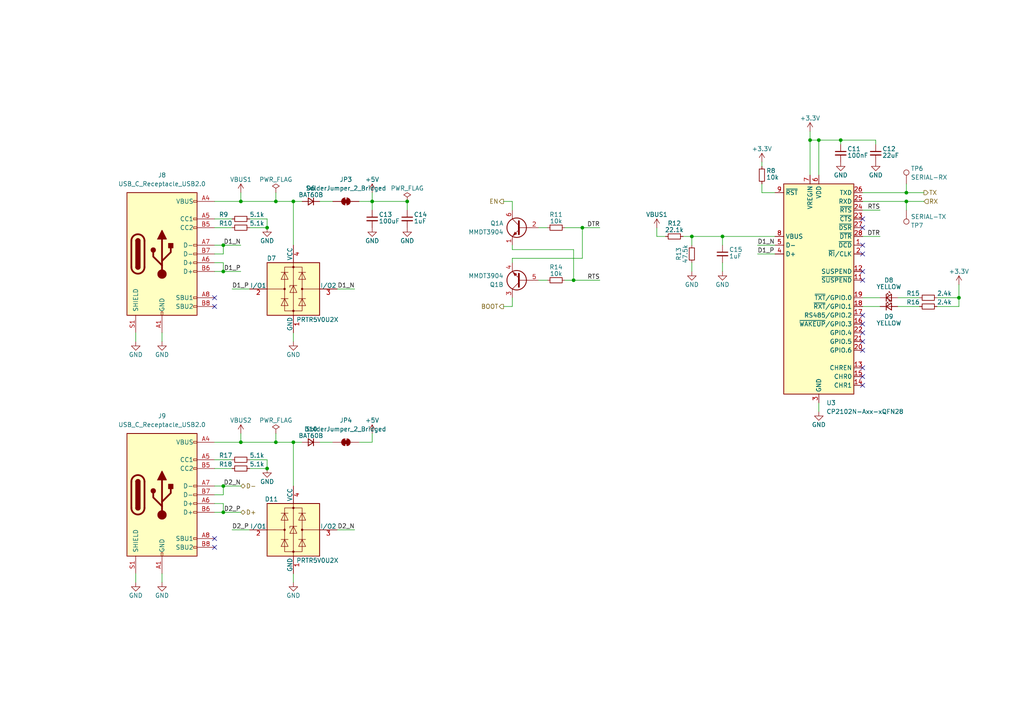
<source format=kicad_sch>
(kicad_sch (version 20240620) (generator "eeschema") (generator_version "8.99")
  (paper "A4")
  (title_block (title "FIIT ESP32 Kit") (date "2024-07-17") (rev "0.1") (company "STU FIIT") (comment 1 "Ing. Matej Pončák"))
  (lib_symbols
    (symbol "Connector:TestPoint" (pin_numbers hide) (pin_names (offset 0.762) hide)
      (property "Reference" "TP" (at 0 6.858 0))
      (property "Value" "TestPoint" (at 0 5.08 0))
      (symbol "TestPoint_0_1"
        (circle (center 0 3.302) (radius 0.762))
      )
      (symbol "TestPoint_1_1"
        (pin passive line (at 0 0 90) (length 2.54) (name "1") (number "1"))
      )
    )
    (symbol "Connector:USB_C_Receptacle_USB2.0" (pin_names (offset 1.016))
      (property "Reference" "J" (at -10.16 19.05 0))
      (property "Value" "USB_C_Receptacle_USB2.0" (at 19.05 19.05 0))
      (symbol "USB_C_Receptacle_USB2.0_0_0"
        (rectangle (start -0.254 -17.78) (end 0.254 -16.764))
        (rectangle (start 10.16 15.494) (end 9.144 14.986))
        (rectangle (start 10.16 10.414) (end 9.144 9.906))
        (rectangle (start 10.16 7.874) (end 9.144 7.366))
        (rectangle (start 10.16 2.794) (end 9.144 2.286))
        (rectangle (start 10.16 0.254) (end 9.144 -0.254))
        (rectangle (start 10.16 -2.286) (end 9.144 -2.794))
        (rectangle (start 10.16 -4.826) (end 9.144 -5.334))
        (rectangle (start 10.16 -12.446) (end 9.144 -12.954))
        (rectangle (start 10.16 -14.986) (end 9.144 -15.494))
      )
      (symbol "USB_C_Receptacle_USB2.0_0_1"
        (rectangle (start -10.16 17.78) (end 10.16 -17.78) (stroke (width 0.254)) (fill (type background)))
        (polyline (pts (xy -8.89 -3.81) (xy -8.89 3.81)) (stroke (width 0.508)))
        (rectangle (start -7.62 -3.81) (end -6.35 3.81) (stroke (width 0.254)) (fill (type outline)))
        (arc (start -7.62 3.81) (mid -6.985 4.4423) (end -6.35 3.81) (stroke (width 0.254)))
        (arc (start -7.62 3.81) (mid -6.985 4.4423) (end -6.35 3.81) (stroke (width 0.254)) (fill (type outline)))
        (arc (start -8.89 3.81) (mid -6.985 5.7067) (end -5.08 3.81) (stroke (width 0.508)))
        (arc (start -5.08 -3.81) (mid -6.985 -5.7067) (end -8.89 -3.81) (stroke (width 0.508)))
        (arc (start -6.35 -3.81) (mid -6.985 -4.4423) (end -7.62 -3.81) (stroke (width 0.254)))
        (arc (start -6.35 -3.81) (mid -6.985 -4.4423) (end -7.62 -3.81) (stroke (width 0.254)) (fill (type outline)))
        (polyline (pts (xy -5.08 3.81) (xy -5.08 -3.81)) (stroke (width 0.508)))
        (circle (center -2.54 1.143) (radius 0.635) (stroke (width 0.254)) (fill (type outline)))
        (polyline (pts (xy -1.27 4.318) (xy 0 6.858) (xy 1.27 4.318) (xy -1.27 4.318)) (stroke (width 0.254)) (fill (type outline)))
        (polyline (pts (xy 0 -2.032) (xy 2.54 0.508) (xy 2.54 1.778)) (stroke (width 0.508)))
        (polyline (pts (xy 0 -3.302) (xy -2.54 -0.762) (xy -2.54 0.508)) (stroke (width 0.508)))
        (circle (center 0 -5.842) (radius 1.27) (fill (type outline)))
        (polyline (pts (xy 0 -5.842) (xy 0 4.318)) (stroke (width 0.508)))
        (rectangle (start 1.905 1.778) (end 3.175 3.048) (stroke (width 0.254)) (fill (type outline)))
      )
      (symbol "USB_C_Receptacle_USB2.0_1_1"
        (pin passive line (at -7.62 -22.86 90) (length 5.08) (name "SHIELD") (number "S1"))
        (pin passive line (at 0 -22.86 90) (length 5.08) (name "GND") (number "A1"))
        (pin passive line (at 0 -22.86 90) (length 5.08) hide (name "GND") (number "A12"))
        (pin passive line (at 0 -22.86 90) (length 5.08) hide (name "GND") (number "B1"))
        (pin passive line (at 0 -22.86 90) (length 5.08) hide (name "GND") (number "B12"))
        (pin passive line (at 15.24 15.24 180) (length 5.08) (name "VBUS") (number "A4"))
        (pin passive line (at 15.24 15.24 180) (length 5.08) hide (name "VBUS") (number "A9"))
        (pin passive line (at 15.24 15.24 180) (length 5.08) hide (name "VBUS") (number "B4"))
        (pin passive line (at 15.24 15.24 180) (length 5.08) hide (name "VBUS") (number "B9"))
        (pin bidirectional line (at 15.24 10.16 180) (length 5.08) (name "CC1") (number "A5"))
        (pin bidirectional line (at 15.24 7.62 180) (length 5.08) (name "CC2") (number "B5"))
        (pin bidirectional line (at 15.24 2.54 180) (length 5.08) (name "D-") (number "A7"))
        (pin bidirectional line (at 15.24 0 180) (length 5.08) (name "D-") (number "B7"))
        (pin bidirectional line (at 15.24 -2.54 180) (length 5.08) (name "D+") (number "A6"))
        (pin bidirectional line (at 15.24 -5.08 180) (length 5.08) (name "D+") (number "B6"))
        (pin bidirectional line (at 15.24 -12.7 180) (length 5.08) (name "SBU1") (number "A8"))
        (pin bidirectional line (at 15.24 -15.24 180) (length 5.08) (name "SBU2") (number "B8"))
      )
    )
    (symbol "Device:C_Small" (pin_numbers hide) (pin_names (offset 0.254) hide)
      (property "Reference" "C" (at 0.254 1.778 0))
      (property "Value" "C_Small" (at 0.254 -2.032 0))
      (symbol "C_Small_0_1"
        (polyline (pts (xy -1.524 0.508) (xy 1.524 0.508)) (stroke (width 0.3048)))
        (polyline (pts (xy -1.524 -0.508) (xy 1.524 -0.508)) (stroke (width 0.3302)))
      )
      (symbol "C_Small_1_1"
        (pin passive line (at 0 2.54 270) (length 2.032) (name "~") (number "1"))
        (pin passive line (at 0 -2.54 90) (length 2.032) (name "~") (number "2"))
      )
    )
    (symbol "Device:D_Small" (pin_numbers hide) (pin_names (offset 0.254) hide)
      (property "Reference" "D" (at -1.27 2.032 0))
      (property "Value" "D_Small" (at -3.81 -2.032 0))
      (symbol "D_Small_0_1"
        (polyline (pts (xy -0.762 0) (xy 0.762 0)))
        (polyline (pts (xy -0.762 -1.016) (xy -0.762 1.016)) (stroke (width 0.254)))
        (polyline (pts (xy 0.762 -1.016) (xy -0.762 0) (xy 0.762 1.016) (xy 0.762 -1.016)) (stroke (width 0.254)))
      )
      (symbol "D_Small_1_1"
        (pin passive line (at -2.54 0 0) (length 1.778) (name "K") (number "1"))
        (pin passive line (at 2.54 0 180) (length 1.778) (name "A") (number "2"))
      )
    )
    (symbol "Device:LED_Small" (pin_numbers hide) (pin_names (offset 0.254) hide)
      (property "Reference" "D" (at -1.27 3.175 0))
      (property "Value" "LED_Small" (at -4.445 -2.54 0))
      (symbol "LED_Small_0_1"
        (polyline (pts (xy -0.762 -1.016) (xy -0.762 1.016)) (stroke (width 0.254)))
        (polyline (pts (xy 0 0.762) (xy -0.508 1.27) (xy -0.254 1.27) (xy -0.508 1.27) (xy -0.508 1.016)))
        (polyline (pts (xy 0.508 1.27) (xy 0 1.778) (xy 0.254 1.778) (xy 0 1.778) (xy 0 1.524)))
        (polyline (pts (xy 0.762 -1.016) (xy -0.762 0) (xy 0.762 1.016) (xy 0.762 -1.016)) (stroke (width 0.254)))
        (polyline (pts (xy 1.016 0) (xy -0.762 0)))
      )
      (symbol "LED_Small_1_1"
        (pin passive line (at -2.54 0 0) (length 1.778) (name "K") (number "1"))
        (pin passive line (at 2.54 0 180) (length 1.778) (name "A") (number "2"))
      )
    )
    (symbol "Device:R_Small" (pin_numbers hide) (pin_names (offset 0.254) hide)
      (property "Reference" "R" (at 0.762 0.508 0))
      (property "Value" "R_Small" (at 0.762 -1.016 0))
      (symbol "R_Small_0_1"
        (rectangle (start -0.762 1.778) (end 0.762 -1.778) (stroke (width 0.2032)))
      )
      (symbol "R_Small_1_1"
        (pin passive line (at 0 2.54 270) (length 0.762) (name "~") (number "1"))
        (pin passive line (at 0 -2.54 90) (length 0.762) (name "~") (number "2"))
      )
    )
    (symbol "Interface_USB:CP2102N-Axx-xQFN28"
      (property "Reference" "U" (at -8.89 31.75 0))
      (property "Value" "CP2102N-Axx-xQFN28" (at 12.7 31.75 0))
      (symbol "CP2102N-Axx-xQFN28_0_1"
        (rectangle (start -10.16 30.48) (end 10.16 -30.48) (stroke (width 0.254)) (fill (type background)))
      )
      (symbol "CP2102N-Axx-xQFN28_1_1"
        (pin input line (at -12.7 27.94 0) (length 2.54) (name "~{RST}") (number "9"))
        (pin input line (at -12.7 15.24 0) (length 2.54) (name "VBUS") (number "8"))
        (pin bidirectional line (at -12.7 12.7 0) (length 2.54) (name "D-") (number "5"))
        (pin bidirectional line (at -12.7 10.16 0) (length 2.54) (name "D+") (number "4"))
        (pin no_connect line (at -10.16 -27.94 0) (length 2.54) hide (name "NC") (number "10"))
        (pin power_in line (at -2.54 33.02 270) (length 2.54) (name "VREGIN") (number "7"))
        (pin power_in line (at 0 33.02 270) (length 2.54) (name "VDD") (number "6"))
        (pin passive line (at 0 -33.02 90) (length 2.54) hide (name "GND") (number "29"))
        (pin power_in line (at 0 -33.02 90) (length 2.54) (name "GND") (number "3"))
        (pin output line (at 12.7 27.94 180) (length 2.54) (name "TXD") (number "26"))
        (pin input line (at 12.7 25.4 180) (length 2.54) (name "RXD") (number "25"))
        (pin output line (at 12.7 22.86 180) (length 2.54) (name "~{RTS}") (number "24"))
        (pin input line (at 12.7 20.32 180) (length 2.54) (name "~{CTS}") (number "23"))
        (pin input line (at 12.7 17.78 180) (length 2.54) (name "~{DSR}") (number "27"))
        (pin output line (at 12.7 15.24 180) (length 2.54) (name "~{DTR}") (number "28"))
        (pin input line (at 12.7 12.7 180) (length 2.54) (name "~{DCD}") (number "1"))
        (pin bidirectional line (at 12.7 10.16 180) (length 2.54) (name "~{RI}/CLK") (number "2"))
        (pin output line (at 12.7 5.08 180) (length 2.54) (name "SUSPEND") (number "12"))
        (pin output line (at 12.7 2.54 180) (length 2.54) (name "~{SUSPEND}") (number "11"))
        (pin bidirectional line (at 12.7 -2.54 180) (length 2.54) (name "~{TXT}/GPIO.0") (number "19"))
        (pin bidirectional line (at 12.7 -5.08 180) (length 2.54) (name "~{RXT}/GPIO.1") (number "18"))
        (pin bidirectional line (at 12.7 -7.62 180) (length 2.54) (name "RS485/GPIO.2") (number "17"))
        (pin bidirectional line (at 12.7 -10.16 180) (length 2.54) (name "~{WAKEUP}/GPIO.3") (number "16"))
        (pin bidirectional line (at 12.7 -12.7 180) (length 2.54) (name "GPIO.4") (number "22"))
        (pin bidirectional line (at 12.7 -15.24 180) (length 2.54) (name "GPIO.5") (number "21"))
        (pin bidirectional line (at 12.7 -17.78 180) (length 2.54) (name "GPIO.6") (number "20"))
        (pin output line (at 12.7 -22.86 180) (length 2.54) (name "CHREN") (number "13"))
        (pin output line (at 12.7 -25.4 180) (length 2.54) (name "CHR0") (number "15"))
        (pin output line (at 12.7 -27.94 180) (length 2.54) (name "CHR1") (number "14"))
      )
    )
    (symbol "Jumper:SolderJumper_2_Bridged" (pin_numbers hide) (pin_names (offset 0) hide) (exclude_from_sim yes) (in_bom no)
      (property "Reference" "JP" (at 0 2.032 0))
      (property "Value" "SolderJumper_2_Bridged" (at 0 -2.54 0))
      (symbol "SolderJumper_2_Bridged_0_1"
        (rectangle (start -0.508 0.508) (end 0.508 -0.508) (fill (type outline)))
        (polyline (pts (xy -0.254 1.016) (xy -0.254 -1.016)))
        (arc (start -0.254 -1.016) (mid -1.2656 0) (end -0.254 1.016) (fill (type outline)))
        (arc (start -0.254 -1.016) (mid -1.2656 0) (end -0.254 1.016))
        (arc (start 0.254 1.016) (mid 1.2656 0) (end 0.254 -1.016) (fill (type outline)))
        (arc (start 0.254 1.016) (mid 1.2656 0) (end 0.254 -1.016))
        (polyline (pts (xy 0.254 1.016) (xy 0.254 -1.016)))
      )
      (symbol "SolderJumper_2_Bridged_1_1"
        (pin passive line (at -3.81 0 0) (length 2.54) (name "A") (number "1"))
        (pin passive line (at 3.81 0 180) (length 2.54) (name "B") (number "2"))
      )
    )
    (symbol "Power_Protection:PRTR5V0U2X" (pin_names (offset 0))
      (property "Reference" "D" (at 2.794 8.636 0))
      (property "Value" "PRTR5V0U2X" (at 8.128 -9.398 0))
      (symbol "PRTR5V0U2X_0_1"
        (rectangle (start -7.62 -7.62) (end 7.62 7.62) (stroke (width 0.254)) (fill (type background)))
        (polyline (pts (xy -3.556 2.794) (xy -1.524 2.794) (xy -2.54 4.826) (xy -3.556 2.794)))
        (polyline (pts (xy -3.556 -4.826) (xy -1.524 -4.826) (xy -2.54 -2.794) (xy -3.556 -4.826)))
        (rectangle (start -2.54 6.35) (end 2.54 -6.35))
        (circle (center -2.54 0) (radius 0.254) (fill (type outline)))
        (polyline (pts (xy -2.54 0) (xy -7.62 0)))
        (polyline (pts (xy -1.524 4.826) (xy -3.556 4.826)))
        (polyline (pts (xy -1.524 -2.794) (xy -3.556 -2.794)))
        (polyline (pts (xy -1.016 -1.016) (xy 1.016 -1.016) (xy 0 1.016) (xy -1.016 -1.016)))
        (circle (center 0 6.35) (radius 0.254) (fill (type outline)))
        (circle (center 0 -6.35) (radius 0.254) (fill (type outline)))
        (polyline (pts (xy 0 -7.62) (xy 0 7.62)))
        (polyline (pts (xy 1.016 1.016) (xy -1.016 1.016) (xy -1.016 0.508)))
        (polyline (pts (xy 1.524 4.826) (xy 3.556 4.826)))
        (polyline (pts (xy 1.524 -2.794) (xy 3.556 -2.794)))
        (circle (center 2.54 0) (radius 0.254) (fill (type outline)))
        (polyline (pts (xy 2.54 0) (xy 7.62 0)))
        (polyline (pts (xy 3.556 2.794) (xy 1.524 2.794) (xy 2.54 4.826) (xy 3.556 2.794)))
        (polyline (pts (xy 3.556 -4.826) (xy 1.524 -4.826) (xy 2.54 -2.794) (xy 3.556 -4.826)))
      )
      (symbol "PRTR5V0U2X_1_1"
        (pin passive line (at -12.7 0 0) (length 5.08) (name "I/O1") (number "2"))
        (pin passive line (at 0 12.7 270) (length 5.08) (name "VCC") (number "4"))
        (pin passive line (at 0 -12.7 90) (length 5.08) (name "GND") (number "1"))
        (pin passive line (at 12.7 0 180) (length 5.08) (name "I/O2") (number "3"))
      )
    )
    (symbol "Transistor_BJT:MMDT3904" (pin_names (offset 0) hide)
      (property "Reference" "Q" (at 5.08 1.27 0))
      (property "Value" "MMDT3904" (at 5.08 -1.27 0))
      (symbol "MMDT3904_0_1"
        (polyline (pts (xy 0.635 1.905) (xy 0.635 -1.905) (xy 0.635 -1.905)) (stroke (width 0.508)))
        (polyline (pts (xy 0.635 0.635) (xy 2.54 2.54)))
        (polyline (pts (xy 0.635 0) (xy -2.54 0)))
        (polyline (pts (xy 0.635 -0.635) (xy 2.54 -2.54) (xy 2.54 -2.54)))
        (circle (center 1.27 0) (radius 2.8194) (stroke (width 0.254)))
        (polyline (pts (xy 1.27 -1.778) (xy 1.778 -1.27) (xy 2.286 -2.286) (xy 1.27 -1.778) (xy 1.27 -1.778)) (fill (type outline)))
      )
      (symbol "MMDT3904_1_1"
        (pin input line (at -5.08 0 0) (length 2.54) (name "B1") (number "2"))
        (pin passive line (at 2.54 5.08 270) (length 2.54) (name "C1") (number "6"))
        (pin passive line (at 2.54 -5.08 90) (length 2.54) (name "E1") (number "1"))
      )
      (symbol "MMDT3904_2_1"
        (pin input line (at -5.08 0 0) (length 2.54) (name "B2") (number "5"))
        (pin passive line (at 2.54 5.08 270) (length 2.54) (name "C2") (number "3"))
        (pin passive line (at 2.54 -5.08 90) (length 2.54) (name "E2") (number "4"))
      )
    )
    (symbol "power:+3.3V" (power) (pin_names (offset 0))
      (property "Value" "+3.3V" (at 0 3.556 0))
      (symbol "+3.3V_0_1"
        (polyline (pts (xy -0.762 1.27) (xy 0 2.54)))
        (polyline (pts (xy 0 2.54) (xy 0.762 1.27)))
        (polyline (pts (xy 0 0) (xy 0 2.54)))
      )
      (symbol "+3.3V_1_1"
        (pin power_in line (at 0 0 90) (length 0) hide (name "+3.3V") (number "1"))
      )
    )
    (symbol "power:+5V" (power) (pin_names (offset 0))
      (property "Value" "+5V" (at 0 3.556 0))
      (symbol "+5V_0_1"
        (polyline (pts (xy -0.762 1.27) (xy 0 2.54)))
        (polyline (pts (xy 0 2.54) (xy 0.762 1.27)))
        (polyline (pts (xy 0 0) (xy 0 2.54)))
      )
      (symbol "+5V_1_1"
        (pin power_in line (at 0 0 90) (length 0) hide (name "+5V") (number "1"))
      )
    )
    (symbol "power:GND" (power) (pin_names (offset 0))
      (property "Value" "GND" (at 0 -3.81 0))
      (symbol "GND_0_1"
        (polyline (pts (xy 0 0) (xy 0 -1.27) (xy 1.27 -1.27) (xy 0 -2.54) (xy -1.27 -1.27) (xy 0 -1.27)))
      )
      (symbol "GND_1_1"
        (pin power_in line (at 0 0 270) (length 0) hide (name "GND") (number "1"))
      )
    )
    (symbol "power:PWR_FLAG" (power) (pin_numbers hide) (pin_names (offset 0) hide)
      (property "Value" "PWR_FLAG" (at 0 3.81 0))
      (symbol "PWR_FLAG_0_0"
        (pin power_out line (at 0 0 90) (length 0) (name "pwr") (number "1"))
      )
      (symbol "PWR_FLAG_0_1"
        (polyline (pts (xy 0 0) (xy 0 1.27) (xy -1.016 1.905) (xy 0 2.54) (xy 1.016 1.905) (xy 0 1.27)))
      )
    )
    (symbol "power:VBUS" (power) (pin_numbers hide) (pin_names (offset 0) hide)
      (property "Value" "VBUS" (at 0 3.556 0))
      (symbol "VBUS_0_1"
        (polyline (pts (xy -0.762 1.27) (xy 0 2.54)))
        (polyline (pts (xy 0 2.54) (xy 0.762 1.27)))
        (polyline (pts (xy 0 0) (xy 0 2.54)))
      )
      (symbol "VBUS_1_1"
        (pin power_in line (at 0 0 90) (length 0) (name "~") (number "1"))
      )
    )
  )
  (junction (at 64.77 140.97))
  (junction (at 80.01 128.27))
  (junction (at 209.55 68.58))
  (junction (at 166.37 81.28))
  (junction (at 107.95 58.42))
  (junction (at 64.77 148.59))
  (junction (at 69.85 128.27))
  (junction (at 85.09 58.42))
  (junction (at 69.85 58.42))
  (junction (at 168.91 66.04))
  (junction (at 64.77 78.74))
  (junction (at 237.49 40.64))
  (junction (at 118.11 58.42))
  (junction (at 77.47 66.04))
  (junction (at 77.47 135.89))
  (junction (at 278.13 86.36))
  (junction (at 80.01 58.42))
  (junction (at 64.77 71.12))
  (junction (at 262.89 58.42))
  (junction (at 200.66 68.58))
  (junction (at 262.89 55.88))
  (junction (at 243.84 40.64))
  (junction (at 234.95 40.64))
  (junction (at 85.09 128.27))
  (no_connect (at 250.19 111.76))
  (no_connect (at 62.23 88.9))
  (no_connect (at 250.19 71.12))
  (no_connect (at 250.19 99.06))
  (no_connect (at 250.19 78.74))
  (no_connect (at 62.23 158.75))
  (no_connect (at 250.19 106.68))
  (no_connect (at 250.19 91.44))
  (no_connect (at 62.23 156.21))
  (no_connect (at 250.19 81.28))
  (no_connect (at 62.23 86.36))
  (no_connect (at 250.19 101.6))
  (no_connect (at 250.19 109.22))
  (no_connect (at 250.19 93.98))
  (no_connect (at 250.19 96.52))
  (no_connect (at 250.19 73.66))
  (no_connect (at 250.19 63.5))
  (no_connect (at 250.19 66.04))
  (wire (pts (xy 67.31 153.67) (xy 72.39 153.67)))
  (wire (pts (xy 64.77 71.12) (xy 64.77 73.66)))
  (wire (pts (xy 97.79 83.82) (xy 102.87 83.82)))
  (wire (pts (xy 250.19 88.9) (xy 255.27 88.9)))
  (wire (pts (xy 62.23 128.27) (xy 69.85 128.27)))
  (wire (pts (xy 80.01 58.42) (xy 85.09 58.42)))
  (wire (pts (xy 200.66 68.58) (xy 200.66 71.12)))
  (wire (pts (xy 250.19 68.58) (xy 255.27 68.58)))
  (wire (pts (xy 39.37 96.52) (xy 39.37 99.06)))
  (wire (pts (xy 46.99 96.52) (xy 46.99 99.06)))
  (wire (pts (xy 64.77 140.97) (xy 69.85 140.97)))
  (wire (pts (xy 118.11 58.42) (xy 107.95 58.42)))
  (wire (pts (xy 85.09 166.37) (xy 85.09 168.91)))
  (wire (pts (xy 278.13 88.9) (xy 278.13 86.36)))
  (wire (pts (xy 262.89 53.34) (xy 262.89 55.88)))
  (wire (pts (xy 250.19 55.88) (xy 262.89 55.88)))
  (wire (pts (xy 250.19 60.96) (xy 255.27 60.96)))
  (wire (pts (xy 62.23 135.89) (xy 67.31 135.89)))
  (wire (pts (xy 64.77 71.12) (xy 69.85 71.12)))
  (wire (pts (xy 67.31 83.82) (xy 72.39 83.82)))
  (wire (pts (xy 62.23 78.74) (xy 64.77 78.74)))
  (wire (pts (xy 85.09 58.42) (xy 87.63 58.42)))
  (wire (pts (xy 260.35 86.36) (xy 266.7 86.36)))
  (wire (pts (xy 77.47 133.35) (xy 77.47 135.89)))
  (wire (pts (xy 118.11 60.96) (xy 118.11 58.42)))
  (wire (pts (xy 254 40.64) (xy 243.84 40.64)))
  (wire (pts (xy 262.89 58.42) (xy 267.97 58.42)))
  (wire (pts (xy 80.01 125.73) (xy 80.01 128.27)))
  (wire (pts (xy 156.21 66.04) (xy 158.75 66.04)))
  (wire (pts (xy 148.59 74.93) (xy 168.91 74.93)))
  (wire (pts (xy 62.23 146.05) (xy 64.77 146.05)))
  (wire (pts (xy 85.09 128.27) (xy 87.63 128.27)))
  (wire (pts (xy 72.39 133.35) (xy 77.47 133.35)))
  (wire (pts (xy 168.91 66.04) (xy 173.99 66.04)))
  (wire (pts (xy 148.59 72.39) (xy 166.37 72.39)))
  (wire (pts (xy 278.13 86.36) (xy 278.13 82.55)))
  (wire (pts (xy 64.77 140.97) (xy 64.77 143.51)))
  (wire (pts (xy 97.79 153.67) (xy 102.87 153.67)))
  (wire (pts (xy 224.79 55.88) (xy 220.98 55.88)))
  (wire (pts (xy 64.77 76.2) (xy 64.77 78.74)))
  (wire (pts (xy 220.98 55.88) (xy 220.98 53.34)))
  (wire (pts (xy 69.85 58.42) (xy 80.01 58.42)))
  (wire (pts (xy 209.55 68.58) (xy 209.55 71.12)))
  (wire (pts (xy 209.55 68.58) (xy 224.79 68.58)))
  (wire (pts (xy 107.95 55.88) (xy 107.95 58.42)))
  (wire (pts (xy 156.21 81.28) (xy 158.75 81.28)))
  (wire (pts (xy 69.85 125.73) (xy 69.85 128.27)))
  (wire (pts (xy 198.12 68.58) (xy 200.66 68.58)))
  (wire (pts (xy 234.95 40.64) (xy 237.49 40.64)))
  (wire (pts (xy 104.14 58.42) (xy 107.95 58.42)))
  (wire (pts (xy 77.47 63.5) (xy 77.47 66.04)))
  (wire (pts (xy 200.66 68.58) (xy 209.55 68.58)))
  (wire (pts (xy 146.05 58.42) (xy 148.59 58.42)))
  (wire (pts (xy 243.84 41.91) (xy 243.84 40.64)))
  (wire (pts (xy 62.23 58.42) (xy 69.85 58.42)))
  (wire (pts (xy 260.35 88.9) (xy 266.7 88.9)))
  (wire (pts (xy 39.37 166.37) (xy 39.37 168.91)))
  (wire (pts (xy 72.39 135.89) (xy 77.47 135.89)))
  (wire (pts (xy 62.23 73.66) (xy 64.77 73.66)))
  (wire (pts (xy 190.5 68.58) (xy 190.5 66.04)))
  (wire (pts (xy 72.39 63.5) (xy 77.47 63.5)))
  (wire (pts (xy 46.99 166.37) (xy 46.99 168.91)))
  (wire (pts (xy 62.23 71.12) (xy 64.77 71.12)))
  (wire (pts (xy 148.59 71.12) (xy 148.59 72.39)))
  (wire (pts (xy 193.04 68.58) (xy 190.5 68.58)))
  (wire (pts (xy 62.23 140.97) (xy 64.77 140.97)))
  (wire (pts (xy 166.37 81.28) (xy 173.99 81.28)))
  (wire (pts (xy 237.49 116.84) (xy 237.49 119.38)))
  (wire (pts (xy 237.49 40.64) (xy 243.84 40.64)))
  (wire (pts (xy 64.77 148.59) (xy 69.85 148.59)))
  (wire (pts (xy 62.23 76.2) (xy 64.77 76.2)))
  (wire (pts (xy 72.39 66.04) (xy 77.47 66.04)))
  (wire (pts (xy 85.09 96.52) (xy 85.09 99.06)))
  (wire (pts (xy 62.23 63.5) (xy 67.31 63.5)))
  (wire (pts (xy 271.78 88.9) (xy 278.13 88.9)))
  (wire (pts (xy 107.95 58.42) (xy 107.95 60.96)))
  (wire (pts (xy 262.89 55.88) (xy 267.97 55.88)))
  (wire (pts (xy 220.98 46.99) (xy 220.98 48.26)))
  (wire (pts (xy 69.85 128.27) (xy 80.01 128.27)))
  (wire (pts (xy 168.91 66.04) (xy 168.91 74.93)))
  (wire (pts (xy 62.23 148.59) (xy 64.77 148.59)))
  (wire (pts (xy 237.49 40.64) (xy 237.49 50.8)))
  (wire (pts (xy 148.59 76.2) (xy 148.59 74.93)))
  (wire (pts (xy 92.71 58.42) (xy 96.52 58.42)))
  (wire (pts (xy 250.19 86.36) (xy 255.27 86.36)))
  (wire (pts (xy 271.78 86.36) (xy 278.13 86.36)))
  (wire (pts (xy 209.55 76.2) (xy 209.55 78.74)))
  (wire (pts (xy 250.19 58.42) (xy 262.89 58.42)))
  (wire (pts (xy 166.37 72.39) (xy 166.37 81.28)))
  (wire (pts (xy 254 41.91) (xy 254 40.64)))
  (wire (pts (xy 148.59 88.9) (xy 148.59 86.36)))
  (wire (pts (xy 234.95 40.64) (xy 234.95 50.8)))
  (wire (pts (xy 85.09 58.42) (xy 85.09 71.12)))
  (wire (pts (xy 62.23 133.35) (xy 67.31 133.35)))
  (wire (pts (xy 163.83 81.28) (xy 166.37 81.28)))
  (wire (pts (xy 64.77 146.05) (xy 64.77 148.59)))
  (wire (pts (xy 146.05 88.9) (xy 148.59 88.9)))
  (wire (pts (xy 148.59 58.42) (xy 148.59 60.96)))
  (wire (pts (xy 69.85 55.88) (xy 69.85 58.42)))
  (wire (pts (xy 107.95 125.73) (xy 107.95 128.27)))
  (wire (pts (xy 80.01 128.27) (xy 85.09 128.27)))
  (wire (pts (xy 219.71 71.12) (xy 224.79 71.12)))
  (wire (pts (xy 62.23 66.04) (xy 67.31 66.04)))
  (wire (pts (xy 64.77 78.74) (xy 69.85 78.74)))
  (wire (pts (xy 92.71 128.27) (xy 96.52 128.27)))
  (wire (pts (xy 80.01 55.88) (xy 80.01 58.42)))
  (wire (pts (xy 104.14 128.27) (xy 107.95 128.27)))
  (wire (pts (xy 85.09 128.27) (xy 85.09 140.97)))
  (wire (pts (xy 163.83 66.04) (xy 168.91 66.04)))
  (wire (pts (xy 200.66 76.2) (xy 200.66 78.74)))
  (wire (pts (xy 62.23 143.51) (xy 64.77 143.51)))
  (wire (pts (xy 234.95 38.1) (xy 234.95 40.64)))
  (wire (pts (xy 262.89 58.42) (xy 262.89 60.96)))
  (wire (pts (xy 219.71 73.66) (xy 224.79 73.66)))
  (label "D1_N" (at 219.71 71.12 0))
  (label "D2_N" (at 102.87 153.67 180))
  (label "D2_P" (at 69.85 148.59 180))
  (label "RTS" (at 255.27 60.96 180))
  (label "D1_P" (at 69.85 78.74 180))
  (label "D1_P" (at 219.71 73.66 0))
  (label "DTR" (at 255.27 68.58 180))
  (label "RTS" (at 173.99 81.28 180))
  (label "D1_N" (at 102.87 83.82 180))
  (label "D2_N" (at 69.85 140.97 180))
  (label "D2_P" (at 67.31 153.67 0))
  (label "D1_N" (at 69.85 71.12 180))
  (label "D1_P" (at 67.31 83.82 0))
  (label "DTR" (at 173.99 66.04 180))
  (hierarchical_label "RX" (shape input) (at 267.97 58.42 0))
  (hierarchical_label "TX" (shape output) (at 267.97 55.88 0))
  (hierarchical_label "D-" (shape bidirectional) (at 69.85 140.97 0))
  (hierarchical_label "D+" (shape bidirectional) (at 69.85 148.59 0))
  (hierarchical_label "EN" (shape output) (at 146.05 58.42 180))
  (hierarchical_label "BOOT" (shape output) (at 146.05 88.9 180))
  (symbol (lib_id "Device:R_Small") (at 220.98 50.8 0) (unit 1)
    (property "Reference" "R8" (at 222.25 49.53 0) (effects (justify left)))
    (property "Value" "10k" (at 222.25 51.435 0) (effects (justify left)))
    (property "Footprint" "Resistor_SMD:R_0603_1608Metric" (effects (hide yes)))
    (property "Description" "Resistor, small symbol" (effects (hide yes)))
    (property "LCSC" "C25804" (effects (hide yes)))
    (property "Manufacturer Part Number" "0603WAF1002T5E" (effects (hide yes)))
  )
  (symbol (lib_id "Device:R_Small") (at 161.29 66.04 90) (unit 1)
    (property "Reference" "R11" (at 161.29 62.23 90))
    (property "Value" "10k" (at 161.29 64.135 90))
    (property "Footprint" "Resistor_SMD:R_0603_1608Metric" (effects (hide yes)))
    (property "Description" "Resistor, small symbol" (effects (hide yes)))
    (property "LCSC" "C25804" (effects (hide yes)))
    (property "Manufacturer Part Number" "0603WAF1002T5E" (effects (hide yes)))
  )
  (symbol (lib_id "Jumper:SolderJumper_2_Bridged") (at 100.33 128.27 0) (unit 1) (exclude_from_sim yes) (in_bom no)
    (property "Reference" "JP4" (at 100.33 121.92 0))
    (property "Value" "SolderJumper_2_Bridged" (at 100.33 124.46 0))
    (property "Description" "Solder Jumper, 2-pole, closed/bridged" (effects (hide yes)))
  )
  (symbol (lib_id "power:GND") (at 46.99 99.06 0) (unit 1)
    (property "Reference" "#PWR048" (effects (hide yes)))
    (property "Value" "GND" (at 46.99 102.87 0))
    (property "Description" "Power symbol creates a global label with name \"GND\" , ground" (effects (hide yes)))
  )
  (symbol (lib_id "Jumper:SolderJumper_2_Bridged") (at 100.33 58.42 0) (unit 1) (exclude_from_sim yes) (in_bom no)
    (property "Reference" "JP3" (at 100.33 52.07 0))
    (property "Value" "SolderJumper_2_Bridged" (at 100.33 54.61 0))
    (property "Description" "Solder Jumper, 2-pole, closed/bridged" (effects (hide yes)))
  )
  (symbol (lib_id "Connector:USB_C_Receptacle_USB2.0") (at 46.99 143.51 0) (unit 1)
    (property "Reference" "J9" (at 46.99 120.65 0))
    (property "Value" "USB_C_Receptacle_USB2.0" (at 46.99 123.19 0))
    (property "Footprint" "Connector_USB:USB_C_Receptacle_G-Switch_GT-USB-7010ASV" (effects (hide yes)))
    (property "Datasheet" "https://www.usb.org/sites/default/files/documents/usb_type-c.zip" (effects (hide yes)))
    (property "Description" "USB 2.0-only Type-C Receptacle connector" (effects (hide yes)))
    (property "LCSC" "C2927038" (effects (hide yes)))
    (property "Manufacturer Part Number" "USB-TYPE-C-018" (effects (hide yes)))
  )
  (symbol (lib_id "Device:R_Small") (at 69.85 133.35 270) (unit 1)
    (property "Reference" "R17" (at 63.5 132.08 90) (effects (justify left)))
    (property "Value" "5.1k" (at 72.39 132.08 90) (effects (justify left)))
    (property "Footprint" "Resistor_SMD:R_0603_1608Metric" (effects (hide yes)))
    (property "Description" "Resistor, small symbol" (effects (hide yes)))
    (property "LCSC" "C23186" (effects (hide yes)))
    (property "Manufacturer Part Number" "0603WAF5101T5E" (effects (hide yes)))
  )
  (symbol (lib_id "Device:C_Small") (at 107.95 63.5 0) (unit 1)
    (property "Reference" "C13" (at 109.855 62.23 0) (effects (justify left)))
    (property "Value" "100uF" (at 109.855 64.135 0) (effects (justify left)))
    (property "Footprint" "Capacitor_SMD:C_1206_3216Metric" (effects (hide yes)))
    (property "Description" "Unpolarized capacitor, small symbol" (effects (hide yes)))
    (property "LCSC" "C15008" (effects (hide yes)))
    (property "Manufacturer Part Number" "CL31A107MQHNNNE" (effects (hide yes)))
  )
  (symbol (lib_id "power:GND") (at 46.99 168.91 0) (unit 1)
    (property "Reference" "#PWR055" (effects (hide yes)))
    (property "Value" "GND" (at 46.99 172.72 0))
    (property "Description" "Power symbol creates a global label with name \"GND\" , ground" (effects (hide yes)))
  )
  (symbol (lib_id "Transistor_BJT:MMDT3904") (at 151.13 81.28 180) (unit 2)
    (property "Reference" "Q1" (at 146.05 82.5501 0) (effects (justify left)))
    (property "Value" "MMDT3904" (at 146.05 80.0101 0) (effects (justify left)))
    (property "Footprint" "Package_TO_SOT_SMD:SOT-363_SC-70-6" (effects (hide yes)))
    (property "Datasheet" "http://www.diodes.com/_files/datasheets/ds30088.pdf" (effects (hide yes)))
    (property "Description" "200mA IC, 40V Vce, Dual NPN/NPN Transistors, SOT-363" (effects (hide yes)))
    (property "LCSC" "C3018510" (effects (hide yes)))
    (property "Manufacturer Part Number" "MMDT3904" (effects (hide yes)))
  )
  (symbol (lib_id "Device:C_Small") (at 243.84 44.45 0) (unit 1)
    (property "Reference" "C11" (at 245.745 43.18 0) (effects (justify left)))
    (property "Value" "100nF" (at 245.745 45.085 0) (effects (justify left)))
    (property "Footprint" "Capacitor_SMD:C_0603_1608Metric" (effects (hide yes)))
    (property "Description" "Unpolarized capacitor, small symbol" (effects (hide yes)))
    (property "LCSC" "C14663" (effects (hide yes)))
    (property "Manufacturer Part Number" "CC0603KRX7R9BB104" (effects (hide yes)))
  )
  (symbol (lib_id "Connector:TestPoint") (at 262.89 60.96 0) (mirror x) (unit 1)
    (property "Reference" "TP7" (at 264.16 65.405 0) (effects (justify left)))
    (property "Value" "SERIAL-TX" (at 264.16 62.865 0) (effects (justify left)))
    (property "Footprint" "TestPoint:TestPoint_Pad_D1.5mm" (effects (hide yes)))
    (property "Description" "test point" (effects (hide yes)))
  )
  (symbol (lib_id "power:GND") (at 85.09 99.06 0) (unit 1)
    (property "Reference" "#PWR049" (effects (hide yes)))
    (property "Value" "GND" (at 85.09 102.87 0))
    (property "Description" "Power symbol creates a global label with name \"GND\" , ground" (effects (hide yes)))
  )
  (symbol (lib_id "power:GND") (at 39.37 99.06 0) (unit 1)
    (property "Reference" "#PWR047" (effects (hide yes)))
    (property "Value" "GND" (at 39.37 102.87 0))
    (property "Description" "Power symbol creates a global label with name \"GND\" , ground" (effects (hide yes)))
  )
  (symbol (lib_id "power:GND") (at 107.95 66.04 0) (unit 1)
    (property "Reference" "#PWR041" (effects (hide yes)))
    (property "Value" "GND" (at 107.95 69.85 0))
    (property "Description" "Power symbol creates a global label with name \"GND\" , ground" (effects (hide yes)))
  )
  (symbol (lib_id "power:+3.3V") (at 234.95 38.1 0) (unit 1)
    (property "Reference" "#PWR034" (effects (hide yes)))
    (property "Value" "+3.3V" (at 234.95 34.29 0))
    (property "Description" "Power symbol creates a global label with name \"+3.3V\"" (effects (hide yes)))
  )
  (symbol (lib_id "power:GND") (at 118.11 66.04 0) (unit 1)
    (property "Reference" "#PWR042" (effects (hide yes)))
    (property "Value" "GND" (at 118.11 69.85 0))
    (property "Description" "Power symbol creates a global label with name \"GND\" , ground" (effects (hide yes)))
  )
  (symbol (lib_id "power:VBUS") (at 190.5 66.04 0) (unit 1)
    (property "Reference" "#PWR043" (effects (hide yes)))
    (property "Value" "VBUS1" (at 190.5 62.23 0))
    (property "Description" "Power symbol creates a global label with name \"VBUS\"" (effects (hide yes)))
  )
  (symbol (lib_id "power:GND") (at 237.49 119.38 0) (unit 1)
    (property "Reference" "#PWR050" (effects (hide yes)))
    (property "Value" "GND" (at 237.49 123.19 0))
    (property "Description" "Power symbol creates a global label with name \"GND\" , ground" (effects (hide yes)))
  )
  (symbol (lib_id "power:+5V") (at 107.95 55.88 0) (unit 1)
    (property "Reference" "#PWR039" (effects (hide yes)))
    (property "Value" "+5V" (at 107.95 52.07 0))
    (property "Description" "Power symbol creates a global label with name \"+5V\"" (effects (hide yes)))
  )
  (symbol (lib_id "power:GND") (at 77.47 66.04 0) (unit 1)
    (property "Reference" "#PWR040" (effects (hide yes)))
    (property "Value" "GND" (at 77.47 69.85 0))
    (property "Description" "Power symbol creates a global label with name \"GND\" , ground" (effects (hide yes)))
  )
  (symbol (lib_id "Device:R_Small") (at 269.24 88.9 270) (unit 1)
    (property "Reference" "R16" (at 262.89 87.63 90) (effects (justify left)))
    (property "Value" "2.4k" (at 271.78 87.63 90) (effects (justify left)))
    (property "Footprint" "Resistor_SMD:R_0603_1608Metric" (effects (hide yes)))
    (property "Description" "Resistor, small symbol" (effects (hide yes)))
    (property "LCSC" "C22940" (effects (hide yes)))
    (property "Manufacturer Part Number" "0603WAF2401T5E" (effects (hide yes)))
  )
  (symbol (lib_id "power:PWR_FLAG") (at 80.01 125.73 0) (unit 1)
    (property "Reference" "#FLG04" (effects (hide yes)))
    (property "Value" "PWR_FLAG" (at 80.01 121.92 0))
    (property "Description" "Special symbol for telling ERC where power comes from" (effects (hide yes)))
  )
  (symbol (lib_id "power:GND") (at 254 46.99 0) (unit 1)
    (property "Reference" "#PWR037" (effects (hide yes)))
    (property "Value" "GND" (at 254 50.8 0))
    (property "Description" "Power symbol creates a global label with name \"GND\" , ground" (effects (hide yes)))
  )
  (symbol (lib_id "Device:R_Small") (at 69.85 63.5 270) (unit 1)
    (property "Reference" "R9" (at 63.5 62.23 90) (effects (justify left)))
    (property "Value" "5.1k" (at 72.39 62.23 90) (effects (justify left)))
    (property "Footprint" "Resistor_SMD:R_0603_1608Metric" (effects (hide yes)))
    (property "Description" "Resistor, small symbol" (effects (hide yes)))
    (property "LCSC" "C23186" (effects (hide yes)))
    (property "Manufacturer Part Number" "0603WAF5101T5E" (effects (hide yes)))
  )
  (symbol (lib_id "power:PWR_FLAG") (at 118.11 58.42 0) (unit 1)
    (property "Reference" "#FLG03" (effects (hide yes)))
    (property "Value" "PWR_FLAG" (at 118.11 54.61 0))
    (property "Description" "Special symbol for telling ERC where power comes from" (effects (hide yes)))
  )
  (symbol (lib_id "Connector:TestPoint") (at 262.89 53.34 0) (unit 1)
    (property "Reference" "TP6" (at 264.16 48.895 0) (effects (justify left)))
    (property "Value" "SERIAL-RX" (at 264.16 51.435 0) (effects (justify left)))
    (property "Footprint" "TestPoint:TestPoint_Pad_D1.5mm" (effects (hide yes)))
    (property "Description" "test point" (effects (hide yes)))
  )
  (symbol (lib_id "Device:R_Small") (at 161.29 81.28 90) (unit 1)
    (property "Reference" "R14" (at 161.29 77.47 90))
    (property "Value" "10k" (at 161.29 79.375 90))
    (property "Footprint" "Resistor_SMD:R_0603_1608Metric" (effects (hide yes)))
    (property "Description" "Resistor, small symbol" (effects (hide yes)))
    (property "LCSC" "C25804" (effects (hide yes)))
    (property "Manufacturer Part Number" "0603WAF1002T5E" (effects (hide yes)))
  )
  (symbol (lib_id "Device:C_Small") (at 118.11 63.5 0) (unit 1)
    (property "Reference" "C14" (at 120.015 62.23 0) (effects (justify left)))
    (property "Value" "1uF" (at 120.015 64.135 0) (effects (justify left)))
    (property "Footprint" "Capacitor_SMD:C_0603_1608Metric" (effects (hide yes)))
    (property "Description" "Unpolarized capacitor, small symbol" (effects (hide yes)))
    (property "LCSC" "C15849" (effects (hide yes)))
    (property "Manufacturer Part Number" "CL10A105KB8NNNC" (effects (hide yes)))
  )
  (symbol (lib_id "Device:LED_Small") (at 257.81 86.36 0) (unit 1)
    (property "Reference" "D8" (at 257.81 81.28 0))
    (property "Value" "YELLOW" (at 257.81 83.185 0))
    (property "Footprint" "LED_SMD:LED_0805_2012Metric" (effects (hide yes)))
    (property "Description" "Light emitting diode, small symbol" (effects (hide yes)))
    (property "LCSC" "C2296" (effects (hide yes)))
    (property "Manufacturer Part Number" "KT-0805Y" (effects (hide yes)))
  )
  (symbol (lib_id "Device:R_Small") (at 69.85 135.89 270) (unit 1)
    (property "Reference" "R18" (at 63.5 134.62 90) (effects (justify left)))
    (property "Value" "5.1k" (at 72.39 134.62 90) (effects (justify left)))
    (property "Footprint" "Resistor_SMD:R_0603_1608Metric" (effects (hide yes)))
    (property "Description" "Resistor, small symbol" (effects (hide yes)))
    (property "LCSC" "C23186" (effects (hide yes)))
    (property "Manufacturer Part Number" "0603WAF5101T5E" (effects (hide yes)))
  )
  (symbol (lib_id "Power_Protection:PRTR5V0U2X") (at 85.09 83.82 0) (unit 1)
    (property "Reference" "D7" (at 78.74 74.93 0))
    (property "Value" "PRTR5V0U2X" (at 92.075 92.71 0))
    (property "Footprint" "Package_TO_SOT_SMD:SOT-143" (effects (hide yes)))
    (property "Datasheet" "https://assets.nexperia.com/documents/data-sheet/PRTR5V0U2X.pdf" (effects (hide yes)))
    (property "Description" "Ultra low capacitance double rail-to-rail ESD protection diode, SOT-143" (effects (hide yes)))
    (property "LCSC" "C5337179" (effects (hide yes)))
    (property "Manufacturer Part Number" "PRTR5V0U2X-HXY" (effects (hide yes)))
  )
  (symbol (lib_id "Device:C_Small") (at 209.55 73.66 0) (unit 1)
    (property "Reference" "C15" (at 211.455 72.39 0) (effects (justify left)))
    (property "Value" "1uF" (at 211.455 74.295 0) (effects (justify left)))
    (property "Footprint" "Capacitor_SMD:C_0603_1608Metric" (effects (hide yes)))
    (property "Description" "Unpolarized capacitor, small symbol" (effects (hide yes)))
    (property "LCSC" "C15849" (effects (hide yes)))
    (property "Manufacturer Part Number" "CL10A105KB8NNNC" (effects (hide yes)))
  )
  (symbol (lib_id "Device:R_Small") (at 195.58 68.58 90) (unit 1)
    (property "Reference" "R12" (at 195.58 64.77 90))
    (property "Value" "22.1k" (at 195.58 66.675 90))
    (property "Footprint" "Resistor_SMD:R_0603_1608Metric" (effects (hide yes)))
    (property "Description" "Resistor, small symbol" (effects (hide yes)))
  )
  (symbol (lib_id "power:+3.3V") (at 278.13 82.55 0) (unit 1)
    (property "Reference" "#PWR046" (effects (hide yes)))
    (property "Value" "+3.3V" (at 278.13 78.74 0))
    (property "Description" "Power symbol creates a global label with name \"+3.3V\"" (effects (hide yes)))
  )
  (symbol (lib_id "power:GND") (at 209.55 78.74 0) (unit 1)
    (property "Reference" "#PWR045" (effects (hide yes)))
    (property "Value" "GND" (at 209.55 82.55 0))
    (property "Description" "Power symbol creates a global label with name \"GND\" , ground" (effects (hide yes)))
  )
  (symbol (lib_id "power:GND") (at 200.66 78.74 0) (unit 1)
    (property "Reference" "#PWR044" (effects (hide yes)))
    (property "Value" "GND" (at 200.66 82.55 0))
    (property "Description" "Power symbol creates a global label with name \"GND\" , ground" (effects (hide yes)))
  )
  (symbol (lib_id "power:GND") (at 39.37 168.91 0) (unit 1)
    (property "Reference" "#PWR054" (effects (hide yes)))
    (property "Value" "GND" (at 39.37 172.72 0))
    (property "Description" "Power symbol creates a global label with name \"GND\" , ground" (effects (hide yes)))
  )
  (symbol (lib_id "power:GND") (at 77.47 135.89 0) (unit 1)
    (property "Reference" "#PWR053" (effects (hide yes)))
    (property "Value" "GND" (at 77.47 139.7 0))
    (property "Description" "Power symbol creates a global label with name \"GND\" , ground" (effects (hide yes)))
  )
  (symbol (lib_id "Device:R_Small") (at 269.24 86.36 270) (unit 1)
    (property "Reference" "R15" (at 262.89 85.09 90) (effects (justify left)))
    (property "Value" "2.4k" (at 271.78 85.09 90) (effects (justify left)))
    (property "Footprint" "Resistor_SMD:R_0603_1608Metric" (effects (hide yes)))
    (property "Description" "Resistor, small symbol" (effects (hide yes)))
    (property "LCSC" "C22940" (effects (hide yes)))
    (property "Manufacturer Part Number" "0603WAF2401T5E" (effects (hide yes)))
  )
  (symbol (lib_id "Connector:USB_C_Receptacle_USB2.0") (at 46.99 73.66 0) (unit 1)
    (property "Reference" "J8" (at 46.99 50.8 0))
    (property "Value" "USB_C_Receptacle_USB2.0" (at 46.99 53.34 0))
    (property "Footprint" "Connector_USB:USB_C_Receptacle_G-Switch_GT-USB-7010ASV" (effects (hide yes)))
    (property "Datasheet" "https://www.usb.org/sites/default/files/documents/usb_type-c.zip" (effects (hide yes)))
    (property "Description" "USB 2.0-only Type-C Receptacle connector" (effects (hide yes)))
    (property "LCSC" "C2927038" (effects (hide yes)))
    (property "Manufacturer Part Number" "USB-TYPE-C-018" (effects (hide yes)))
  )
  (symbol (lib_id "power:GND") (at 85.09 168.91 0) (unit 1)
    (property "Reference" "#PWR056" (effects (hide yes)))
    (property "Value" "GND" (at 85.09 172.72 0))
    (property "Description" "Power symbol creates a global label with name \"GND\" , ground" (effects (hide yes)))
  )
  (symbol (lib_id "Interface_USB:CP2102N-Axx-xQFN28") (at 237.49 83.82 0) (unit 1)
    (property "Reference" "U3" (at 239.6841 116.84 0) (effects (justify left)))
    (property "Value" "CP2102N-Axx-xQFN28" (at 239.6841 119.38 0) (effects (justify left)))
    (property "Footprint" "Package_DFN_QFN:QFN-28-1EP_5x5mm_P0.5mm_EP3.35x3.35mm" (effects (hide yes)))
    (property "Datasheet" "https://www.silabs.com/documents/public/data-sheets/cp2102n-datasheet.pdf" (effects (hide yes)))
    (property "Description" "USB to UART master bridge, QFN-28" (effects (hide yes)))
  )
  (symbol (lib_id "power:PWR_FLAG") (at 80.01 55.88 0) (unit 1)
    (property "Reference" "#FLG02" (effects (hide yes)))
    (property "Value" "PWR_FLAG" (at 80.01 52.07 0))
    (property "Description" "Special symbol for telling ERC where power comes from" (effects (hide yes)))
  )
  (symbol (lib_id "Device:D_Small") (at 90.17 128.27 0) (mirror y) (unit 1)
    (property "Reference" "D10" (at 90.17 124.46 0))
    (property "Value" "BAT60B" (at 90.17 126.365 0))
    (property "Footprint" "Diode_SMD:D_SOD-323" (effects (hide yes)))
    (property "Description" "Diode, small symbol" (effects (hide yes)))
    (property "LCSC" "C3018529" (effects (hide yes)))
    (property "Manufacturer Part Number" "BAT60B" (effects (hide yes)))
  )
  (symbol (lib_id "power:+5V") (at 107.95 125.73 0) (unit 1)
    (property "Reference" "#PWR052" (effects (hide yes)))
    (property "Value" "+5V" (at 107.95 121.92 0))
    (property "Description" "Power symbol creates a global label with name \"+5V\"" (effects (hide yes)))
  )
  (symbol (lib_id "power:GND") (at 243.84 46.99 0) (unit 1)
    (property "Reference" "#PWR036" (effects (hide yes)))
    (property "Value" "GND" (at 243.84 50.8 0))
    (property "Description" "Power symbol creates a global label with name \"GND\" , ground" (effects (hide yes)))
  )
  (symbol (lib_id "Device:C_Small") (at 254 44.45 0) (unit 1)
    (property "Reference" "C12" (at 255.905 43.18 0) (effects (justify left)))
    (property "Value" "22uF" (at 255.905 45.085 0) (effects (justify left)))
    (property "Footprint" "Capacitor_SMD:C_0603_1608Metric" (effects (hide yes)))
    (property "Description" "Unpolarized capacitor, small symbol" (effects (hide yes)))
    (property "LCSC" "C59461" (effects (hide yes)))
    (property "Manufacturer Part Number" "CL10A226MQ8NRNC" (effects (hide yes)))
  )
  (symbol (lib_id "power:+3.3V") (at 220.98 46.99 0) (unit 1)
    (property "Reference" "#PWR035" (effects (hide yes)))
    (property "Value" "+3.3V" (at 220.98 43.18 0))
    (property "Description" "Power symbol creates a global label with name \"+3.3V\"" (effects (hide yes)))
  )
  (symbol (lib_id "Device:R_Small") (at 69.85 66.04 270) (unit 1)
    (property "Reference" "R10" (at 63.5 64.77 90) (effects (justify left)))
    (property "Value" "5.1k" (at 72.39 64.77 90) (effects (justify left)))
    (property "Footprint" "Resistor_SMD:R_0603_1608Metric" (effects (hide yes)))
    (property "Description" "Resistor, small symbol" (effects (hide yes)))
    (property "LCSC" "C23186" (effects (hide yes)))
    (property "Manufacturer Part Number" "0603WAF5101T5E" (effects (hide yes)))
  )
  (symbol (lib_id "Device:D_Small") (at 90.17 58.42 0) (mirror y) (unit 1)
    (property "Reference" "D6" (at 90.17 54.61 0))
    (property "Value" "BAT60B" (at 90.17 56.515 0))
    (property "Footprint" "Diode_SMD:D_SOD-323" (effects (hide yes)))
    (property "Description" "Diode, small symbol" (effects (hide yes)))
    (property "LCSC" "C3018529" (effects (hide yes)))
    (property "Manufacturer Part Number" "BAT60B" (effects (hide yes)))
  )
  (symbol (lib_id "Device:R_Small") (at 200.66 73.66 180) (unit 1)
    (property "Reference" "R13" (at 196.85 73.66 90))
    (property "Value" "47.5k" (at 198.755 73.66 90))
    (property "Footprint" "Resistor_SMD:R_0603_1608Metric" (effects (hide yes)))
    (property "Description" "Resistor, small symbol" (effects (hide yes)))
  )
  (symbol (lib_id "power:VBUS") (at 69.85 55.88 0) (unit 1)
    (property "Reference" "#PWR038" (effects (hide yes)))
    (property "Value" "VBUS1" (at 69.85 52.07 0))
    (property "Description" "Power symbol creates a global label with name \"VBUS\"" (effects (hide yes)))
  )
  (symbol (lib_id "power:VBUS") (at 69.85 125.73 0) (unit 1)
    (property "Reference" "#PWR051" (effects (hide yes)))
    (property "Value" "VBUS2" (at 69.85 121.92 0))
    (property "Description" "Power symbol creates a global label with name \"VBUS\"" (effects (hide yes)))
  )
  (symbol (lib_id "Device:LED_Small") (at 257.81 88.9 0) (unit 1)
    (property "Reference" "D9" (at 257.81 91.821 0))
    (property "Value" "YELLOW" (at 257.81 93.726 0))
    (property "Footprint" "LED_SMD:LED_0805_2012Metric" (effects (hide yes)))
    (property "Description" "Light emitting diode, small symbol" (effects (hide yes)))
    (property "LCSC" "C2296" (effects (hide yes)))
    (property "Manufacturer Part Number" "KT-0805Y" (effects (hide yes)))
  )
  (symbol (lib_id "Power_Protection:PRTR5V0U2X") (at 85.09 153.67 0) (unit 1)
    (property "Reference" "D11" (at 78.74 144.78 0))
    (property "Value" "PRTR5V0U2X" (at 92.075 162.56 0))
    (property "Footprint" "Package_TO_SOT_SMD:SOT-143" (effects (hide yes)))
    (property "Datasheet" "https://assets.nexperia.com/documents/data-sheet/PRTR5V0U2X.pdf" (effects (hide yes)))
    (property "Description" "Ultra low capacitance double rail-to-rail ESD protection diode, SOT-143" (effects (hide yes)))
    (property "LCSC" "C5337179" (effects (hide yes)))
    (property "Manufacturer Part Number" "PRTR5V0U2X-HXY" (effects (hide yes)))
  )
  (symbol (lib_id "Transistor_BJT:MMDT3904") (at 151.13 66.04 0) (mirror y) (unit 1)
    (property "Reference" "Q1" (at 146.05 64.7699 0) (effects (justify left)))
    (property "Value" "MMDT3904" (at 146.05 67.3099 0) (effects (justify left)))
    (property "Footprint" "Package_TO_SOT_SMD:SOT-363_SC-70-6" (effects (hide yes)))
    (property "Datasheet" "http://www.diodes.com/_files/datasheets/ds30088.pdf" (effects (hide yes)))
    (property "Description" "200mA IC, 40V Vce, Dual NPN/NPN Transistors, SOT-363" (effects (hide yes)))
    (property "LCSC" "C3018510" (effects (hide yes)))
    (property "Manufacturer Part Number" "MMDT3904" (effects (hide yes)))
  )
)
</source>
